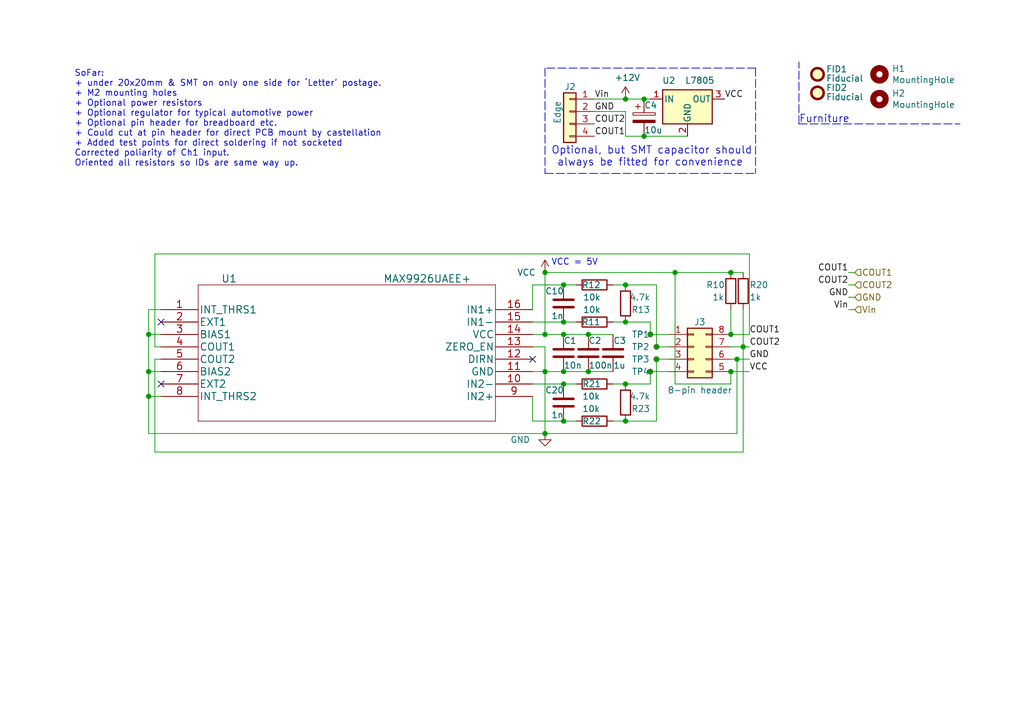
<source format=kicad_sch>
(kicad_sch (version 20211123) (generator eeschema)
  (paper "User" 210.007 148.488)
  (title_block (title "Dual Variable Reluctance MAX9926 mode A2") (date "2023-01-22") (rev "3.74") (company "(c)2021 Phill Rogers @ TechColab.co.je") (comment 1 "Optional onboard regulator or 5V direct") (comment 2 "Optional power resistors") (comment 3 "Optional edge header for breadboard etc.") (comment 4 "M2 mounting holes") (comment 5 "Input solder pads") (comment 6 "Better regulator") (comment 7 "Fix inverted Ch1 polarity. Rotated some resistors"))
  (lib_symbols
    (symbol "2021-02-17_17-37-40:MAX9926UAEE+" (pin_names (offset 0.254))
      (property "Reference" "U" (at 38.1 10.16 0))
      (property "Value" "MAX9926UAEE+" (at 38.1 7.62 0))
      (symbol "MAX9926UAEE+_1_1"
        (polyline (pts (xy 7.62 -22.86) (xy 68.58 -22.86)) (stroke (width 0.127)))
        (polyline (pts (xy 7.62 5.08) (xy 7.62 -22.86)) (stroke (width 0.127)))
        (polyline (pts (xy 68.58 -22.86) (xy 68.58 5.08)) (stroke (width 0.127)))
        (polyline (pts (xy 68.58 5.08) (xy 7.62 5.08)) (stroke (width 0.127)))
        (pin unspecified line (at 0 0 0) (length 7.62) (name "INT_THRS1") (number "1"))
        (pin input line (at 76.2 -15.24 180) (length 7.62) (name "IN2-") (number "10"))
        (pin power_in line (at 76.2 -12.7 180) (length 7.62) (name "GND") (number "11"))
        (pin output line (at 76.2 -10.16 180) (length 7.62) (name "DIRN") (number "12"))
        (pin unspecified line (at 76.2 -7.62 180) (length 7.62) (name "ZERO_EN") (number "13"))
        (pin power_in line (at 76.2 -5.08 180) (length 7.62) (name "VCC") (number "14"))
        (pin input line (at 76.2 -2.54 180) (length 7.62) (name "IN1-") (number "15"))
        (pin input line (at 76.2 0 180) (length 7.62) (name "IN1+") (number "16"))
        (pin input line (at 0 -2.54 0) (length 7.62) (name "EXT1") (number "2"))
        (pin input line (at 0 -5.08 0) (length 7.62) (name "BIAS1") (number "3"))
        (pin output line (at 0 -7.62 0) (length 7.62) (name "COUT1") (number "4"))
        (pin output line (at 0 -10.16 0) (length 7.62) (name "COUT2") (number "5"))
        (pin input line (at 0 -12.7 0) (length 7.62) (name "BIAS2") (number "6"))
        (pin input line (at 0 -15.24 0) (length 7.62) (name "EXT2") (number "7"))
        (pin unspecified line (at 0 -17.78 0) (length 7.62) (name "INT_THRS2") (number "8"))
        (pin input line (at 76.2 -17.78 180) (length 7.62) (name "IN2+") (number "9"))
      )
    )
    (symbol "Connector:TestPoint_Small" (pin_numbers hide) (pin_names (offset 0.762) hide)
      (property "Reference" "TP" (at 0 3.81 0))
      (property "Value" "TestPoint_Small" (at 0 2.032 0))
      (symbol "TestPoint_Small_0_1"
        (circle (center 0 0) (radius 0.508))
      )
      (symbol "TestPoint_Small_1_1"
        (pin passive line (at 0 0 90) (length 0) (name "1") (number "1"))
      )
    )
    (symbol "Connector_Generic:Conn_01x04" (pin_names (offset 1.016) hide)
      (property "Reference" "J" (at 0 5.08 0))
      (property "Value" "Conn_01x04" (at 0 -7.62 0))
      (symbol "Conn_01x04_1_1"
        (rectangle (start -1.27 -4.953) (end 0 -5.207) (stroke (width 0.1524)))
        (rectangle (start -1.27 -2.413) (end 0 -2.667) (stroke (width 0.1524)))
        (rectangle (start -1.27 0.127) (end 0 -0.127) (stroke (width 0.1524)))
        (rectangle (start -1.27 2.667) (end 0 2.413) (stroke (width 0.1524)))
        (rectangle (start -1.27 3.81) (end 1.27 -6.35) (stroke (width 0.254)) (fill (type background)))
        (pin passive line (at -5.08 2.54 0) (length 3.81) (name "Pin_1") (number "1"))
        (pin passive line (at -5.08 0 0) (length 3.81) (name "Pin_2") (number "2"))
        (pin passive line (at -5.08 -2.54 0) (length 3.81) (name "Pin_3") (number "3"))
        (pin passive line (at -5.08 -5.08 0) (length 3.81) (name "Pin_4") (number "4"))
      )
    )
    (symbol "Connector_Generic:Conn_02x04_Counter_Clockwise" (pin_names (offset 1.016) hide)
      (property "Reference" "J" (at 1.27 5.08 0))
      (property "Value" "Conn_02x04_Counter_Clockwise" (at 1.27 -7.62 0))
      (symbol "Conn_02x04_Counter_Clockwise_1_1"
        (rectangle (start -1.27 -4.953) (end 0 -5.207) (stroke (width 0.1524)))
        (rectangle (start -1.27 -2.413) (end 0 -2.667) (stroke (width 0.1524)))
        (rectangle (start -1.27 0.127) (end 0 -0.127) (stroke (width 0.1524)))
        (rectangle (start -1.27 2.667) (end 0 2.413) (stroke (width 0.1524)))
        (rectangle (start -1.27 3.81) (end 3.81 -6.35) (stroke (width 0.254)) (fill (type background)))
        (rectangle (start 3.81 -4.953) (end 2.54 -5.207) (stroke (width 0.1524)))
        (rectangle (start 3.81 -2.413) (end 2.54 -2.667) (stroke (width 0.1524)))
        (rectangle (start 3.81 0.127) (end 2.54 -0.127) (stroke (width 0.1524)))
        (rectangle (start 3.81 2.667) (end 2.54 2.413) (stroke (width 0.1524)))
        (pin passive line (at -5.08 2.54 0) (length 3.81) (name "Pin_1") (number "1"))
        (pin passive line (at -5.08 0 0) (length 3.81) (name "Pin_2") (number "2"))
        (pin passive line (at -5.08 -2.54 0) (length 3.81) (name "Pin_3") (number "3"))
        (pin passive line (at -5.08 -5.08 0) (length 3.81) (name "Pin_4") (number "4"))
        (pin passive line (at 7.62 -5.08 180) (length 3.81) (name "Pin_5") (number "5"))
        (pin passive line (at 7.62 -2.54 180) (length 3.81) (name "Pin_6") (number "6"))
        (pin passive line (at 7.62 0 180) (length 3.81) (name "Pin_7") (number "7"))
        (pin passive line (at 7.62 2.54 180) (length 3.81) (name "Pin_8") (number "8"))
      )
    )
    (symbol "Device:C" (pin_numbers hide) (pin_names (offset 0.254))
      (property "Reference" "C" (at 0.635 2.54 0))
      (property "Value" "C" (at 0.635 -2.54 0))
      (symbol "C_0_1"
        (polyline (pts (xy -2.032 -0.762) (xy 2.032 -0.762)) (stroke (width 0.508)))
        (polyline (pts (xy -2.032 0.762) (xy 2.032 0.762)) (stroke (width 0.508)))
      )
      (symbol "C_1_1"
        (pin passive line (at 0 3.81 270) (length 2.794) (name "~") (number "1"))
        (pin passive line (at 0 -3.81 90) (length 2.794) (name "~") (number "2"))
      )
    )
    (symbol "Device:CP" (pin_numbers hide) (pin_names (offset 0.254))
      (property "Reference" "C" (at 0.635 2.54 0))
      (property "Value" "Device_CP" (at 0.635 -2.54 0))
      (symbol "CP_0_1"
        (rectangle (start -2.286 0.508) (end 2.286 1.016))
        (polyline (pts (xy -1.778 2.286) (xy -0.762 2.286)))
        (polyline (pts (xy -1.27 2.794) (xy -1.27 1.778)))
        (rectangle (start 2.286 -0.508) (end -2.286 -1.016) (fill (type outline)))
      )
      (symbol "CP_1_1"
        (pin passive line (at 0 3.81 270) (length 2.794) (name "~") (number "1"))
        (pin passive line (at 0 -3.81 90) (length 2.794) (name "~") (number "2"))
      )
    )
    (symbol "Device:R" (pin_numbers hide) (pin_names (offset 0))
      (property "Reference" "R" (at 2.032 0 90))
      (property "Value" "R" (at 0 0 90))
      (symbol "R_0_1"
        (rectangle (start -1.016 -2.54) (end 1.016 2.54) (stroke (width 0.254)))
      )
      (symbol "R_1_1"
        (pin passive line (at 0 3.81 270) (length 1.27) (name "~") (number "1"))
        (pin passive line (at 0 -3.81 90) (length 1.27) (name "~") (number "2"))
      )
    )
    (symbol "Mechanical:Fiducial"
      (property "Reference" "FID" (at 0 5.08 0))
      (property "Value" "Fiducial" (at 0 3.175 0))
      (symbol "Fiducial_0_1"
        (circle (center 0 0) (radius 1.27) (stroke (width 0.508)) (fill (type background)))
      )
    )
    (symbol "Mechanical:MountingHole" (pin_names (offset 1.016))
      (property "Reference" "H" (at 0 5.08 0))
      (property "Value" "MountingHole" (at 0 3.175 0))
      (symbol "MountingHole_0_1"
        (circle (center 0 0) (radius 1.27) (stroke (width 1.27)))
      )
    )
    (symbol "Regulator_Linear:L7805" (pin_names (offset 0.254))
      (property "Reference" "U" (at -3.81 3.175 0))
      (property "Value" "L7805" (at 0 3.175 0))
      (symbol "L7805_0_1"
        (rectangle (start -5.08 1.905) (end 5.08 -5.08) (stroke (width 0.254)) (fill (type background)))
      )
      (symbol "L7805_1_1"
        (pin power_in line (at -7.62 0 0) (length 2.54) (name "IN") (number "1"))
        (pin power_in line (at 0 -7.62 90) (length 2.54) (name "GND") (number "2"))
        (pin power_out line (at 7.62 0 180) (length 2.54) (name "OUT") (number "3"))
      )
    )
    (symbol "power:+12V" (power) (pin_names (offset 0))
      (property "Value" "+12V" (at 0 3.556 0))
      (symbol "+12V_0_1"
        (polyline (pts (xy -0.762 1.27) (xy 0 2.54)))
        (polyline (pts (xy 0 0) (xy 0 2.54)))
        (polyline (pts (xy 0 2.54) (xy 0.762 1.27)))
      )
      (symbol "+12V_1_1"
        (pin power_in line (at 0 0 90) (length 0) hide (name "+12V") (number "1"))
      )
    )
    (symbol "power:GND" (power) (pin_names (offset 0))
      (property "Value" "GND" (at 0 -3.81 0))
      (symbol "GND_0_1"
        (polyline (pts (xy 0 0) (xy 0 -1.27) (xy 1.27 -1.27) (xy 0 -2.54) (xy -1.27 -1.27) (xy 0 -1.27)))
      )
      (symbol "GND_1_1"
        (pin power_in line (at 0 0 270) (length 0) hide (name "GND") (number "1"))
      )
    )
    (symbol "power:VCC" (power) (pin_names (offset 0))
      (property "Value" "VCC" (at 0 3.81 0))
      (symbol "VCC_0_1"
        (polyline (pts (xy -0.762 1.27) (xy 0 2.54)))
        (polyline (pts (xy 0 0) (xy 0 2.54)))
        (polyline (pts (xy 0 2.54) (xy 0.762 1.27)))
      )
      (symbol "VCC_1_1"
        (pin power_in line (at 0 0 90) (length 0) hide (name "VCC") (number "1"))
      )
    )
  )
  (junction (at 128.27 20.32))
  (junction (at 151.13 73.66))
  (junction (at 128.27 58.42))
  (junction (at 30.48 68.58))
  (junction (at 132.08 27.94))
  (junction (at 120.65 68.58))
  (junction (at 128.27 78.74))
  (junction (at 132.08 20.32))
  (junction (at 115.57 86.36))
  (junction (at 111.76 88.9))
  (junction (at 115.57 78.74))
  (junction (at 149.86 55.88))
  (junction (at 134.62 73.66))
  (junction (at 115.57 58.42))
  (junction (at 30.48 81.28))
  (junction (at 133.35 76.2))
  (junction (at 134.62 71.12))
  (junction (at 115.57 68.58))
  (junction (at 111.76 68.58))
  (junction (at 120.65 76.2))
  (junction (at 111.76 76.2))
  (junction (at 149.86 76.2))
  (junction (at 133.35 68.58))
  (junction (at 138.43 55.88))
  (junction (at 115.57 76.2))
  (junction (at 30.48 76.2))
  (junction (at 128.27 66.04))
  (junction (at 128.27 86.36))
  (junction (at 111.76 55.88))
  (junction (at 152.4 71.12))
  (junction (at 115.57 66.04))
  (junction (at 149.86 68.58))
  (no_connect (at 109.22 73.66))
  (no_connect (at 33.02 66.04))
  (no_connect (at 33.02 78.74))
  (wire (pts (xy 151.13 88.9) (xy 111.76 88.9)))
  (wire (pts (xy 152.4 71.12) (xy 152.4 92.71)))
  (wire (pts (xy 128.27 66.04) (xy 133.35 66.04)))
  (wire (pts (xy 109.22 58.42) (xy 115.57 58.42)))
  (wire (pts (xy 132.08 20.32) (xy 133.35 20.32)))
  (wire (pts (xy 109.22 76.2) (xy 111.76 76.2)))
  (polyline (pts (xy 154.94 13.97) (xy 154.94 35.56)))
  (wire (pts (xy 134.62 73.66) (xy 137.16 73.66)))
  (wire (pts (xy 109.22 66.04) (xy 115.57 66.04)))
  (wire (pts (xy 173.99 55.88) (xy 175.26 55.88)))
  (wire (pts (xy 115.57 86.36) (xy 118.11 86.36)))
  (wire (pts (xy 151.13 73.66) (xy 153.67 73.66)))
  (wire (pts (xy 121.92 20.32) (xy 128.27 20.32)))
  (wire (pts (xy 153.67 76.2) (xy 149.86 76.2)))
  (polyline (pts (xy 163.83 25.4) (xy 163.83 12.7)))
  (wire (pts (xy 30.48 63.5) (xy 30.48 68.58)))
  (wire (pts (xy 30.48 68.58) (xy 33.02 68.58)))
  (wire (pts (xy 173.99 60.96) (xy 175.26 60.96)))
  (wire (pts (xy 149.86 76.2) (xy 149.86 78.74)))
  (wire (pts (xy 128.27 27.94) (xy 132.08 27.94)))
  (wire (pts (xy 149.86 73.66) (xy 151.13 73.66)))
  (wire (pts (xy 121.92 22.86) (xy 128.27 22.86)))
  (wire (pts (xy 33.02 81.28) (xy 30.48 81.28)))
  (wire (pts (xy 30.48 88.9) (xy 111.76 88.9)))
  (wire (pts (xy 133.35 66.04) (xy 133.35 68.58)))
  (polyline (pts (xy 111.76 35.56) (xy 154.94 35.56)))
  (wire (pts (xy 149.86 78.74) (xy 138.43 78.74)))
  (wire (pts (xy 138.43 78.74) (xy 138.43 55.88)))
  (wire (pts (xy 173.99 58.42) (xy 175.26 58.42)))
  (wire (pts (xy 138.43 55.88) (xy 149.86 55.88)))
  (wire (pts (xy 111.76 55.88) (xy 111.76 68.58)))
  (wire (pts (xy 134.62 73.66) (xy 134.62 86.36)))
  (wire (pts (xy 149.86 55.88) (xy 152.4 55.88)))
  (wire (pts (xy 31.75 71.12) (xy 31.75 52.07)))
  (wire (pts (xy 149.86 68.58) (xy 153.67 68.58)))
  (wire (pts (xy 111.76 76.2) (xy 111.76 88.9)))
  (wire (pts (xy 125.73 66.04) (xy 128.27 66.04)))
  (wire (pts (xy 30.48 76.2) (xy 33.02 76.2)))
  (wire (pts (xy 128.27 86.36) (xy 134.62 86.36)))
  (wire (pts (xy 109.22 78.74) (xy 115.57 78.74)))
  (wire (pts (xy 152.4 71.12) (xy 149.86 71.12)))
  (wire (pts (xy 128.27 58.42) (xy 134.62 58.42)))
  (wire (pts (xy 151.13 73.66) (xy 151.13 88.9)))
  (wire (pts (xy 149.86 68.58) (xy 149.86 63.5)))
  (polyline (pts (xy 111.76 13.97) (xy 111.76 35.56)))
  (wire (pts (xy 120.65 68.58) (xy 125.73 68.58)))
  (wire (pts (xy 109.22 63.5) (xy 109.22 58.42)))
  (wire (pts (xy 115.57 58.42) (xy 118.11 58.42)))
  (wire (pts (xy 133.35 76.2) (xy 137.16 76.2)))
  (wire (pts (xy 125.73 58.42) (xy 128.27 58.42)))
  (wire (pts (xy 173.99 63.5) (xy 175.26 63.5)))
  (wire (pts (xy 31.75 92.71) (xy 152.4 92.71)))
  (wire (pts (xy 132.08 27.94) (xy 140.97 27.94)))
  (wire (pts (xy 33.02 63.5) (xy 30.48 63.5)))
  (wire (pts (xy 128.27 20.32) (xy 132.08 20.32)))
  (wire (pts (xy 111.76 55.88) (xy 138.43 55.88)))
  (wire (pts (xy 134.62 71.12) (xy 137.16 71.12)))
  (wire (pts (xy 109.22 68.58) (xy 111.76 68.58)))
  (polyline (pts (xy 163.83 25.4) (xy 196.85 25.4)))
  (wire (pts (xy 128.27 78.74) (xy 133.35 78.74)))
  (polyline (pts (xy 154.94 13.97) (xy 111.76 13.97)))
  (wire (pts (xy 125.73 86.36) (xy 128.27 86.36)))
  (wire (pts (xy 109.22 81.28) (xy 109.22 86.36)))
  (wire (pts (xy 152.4 63.5) (xy 152.4 71.12)))
  (wire (pts (xy 115.57 76.2) (xy 111.76 76.2)))
  (wire (pts (xy 30.48 81.28) (xy 30.48 76.2)))
  (wire (pts (xy 33.02 71.12) (xy 31.75 71.12)))
  (wire (pts (xy 115.57 66.04) (xy 118.11 66.04)))
  (wire (pts (xy 111.76 71.12) (xy 109.22 71.12)))
  (wire (pts (xy 111.76 71.12) (xy 111.76 76.2)))
  (wire (pts (xy 31.75 73.66) (xy 31.75 92.71)))
  (wire (pts (xy 133.35 68.58) (xy 137.16 68.58)))
  (wire (pts (xy 30.48 81.28) (xy 30.48 88.9)))
  (wire (pts (xy 125.73 78.74) (xy 128.27 78.74)))
  (wire (pts (xy 115.57 76.2) (xy 120.65 76.2)))
  (wire (pts (xy 33.02 73.66) (xy 31.75 73.66)))
  (wire (pts (xy 115.57 68.58) (xy 120.65 68.58)))
  (wire (pts (xy 109.22 86.36) (xy 115.57 86.36)))
  (wire (pts (xy 120.65 76.2) (xy 125.73 76.2)))
  (wire (pts (xy 153.67 68.58) (xy 153.67 52.07)))
  (wire (pts (xy 31.75 52.07) (xy 153.67 52.07)))
  (wire (pts (xy 133.35 78.74) (xy 133.35 76.2)))
  (wire (pts (xy 115.57 78.74) (xy 118.11 78.74)))
  (wire (pts (xy 128.27 22.86) (xy 128.27 27.94)))
  (wire (pts (xy 153.67 71.12) (xy 152.4 71.12)))
  (wire (pts (xy 134.62 58.42) (xy 134.62 71.12)))
  (wire (pts (xy 111.76 68.58) (xy 115.57 68.58)))
  (wire (pts (xy 30.48 68.58) (xy 30.48 76.2)))
  (text "VCC = 5V" (at 113.03 54.61 0) (effects (font (size 1.27 1.27)) (justify left bottom)))
  (text "Optional, but SMT capacitor should\n always be fitted for convenience" (at 113.03 34.29 0) (effects (font (size 1.524 1.524)) (justify left bottom)))
  (text "SoFar:\n+ under 20x20mm & SMT on only one side for ‘Letter’ postage.\n+ M2 mounting holes\n+ Optional power resistors\n+ Optional regulator for typical automotive power\n+ Optional pin header for breadboard etc. \n+ Could cut at pin header for direct PCB mount by castellation\n+ Added test points for direct soldering if not socketed\nCorrected poliarity of Ch1 input. \nOriented all resistors so IDs are same way up.\n" (at 15.24 34.29 0) (effects (font (size 1.27 1.27)) (justify left bottom)))
  (text "Furniture" (at 163.83 25.4 0) (effects (font (size 1.524 1.524)) (justify left bottom)))
  (label "GND" (at 153.67 73.66 0))
  (label "COUT1" (at 153.67 68.58 0))
  (label "Vin" (at 121.92 20.32 0))
  (label "COUT1" (at 173.99 55.88 180))
  (label "COUT2" (at 153.67 71.12 0))
  (label "Vin" (at 173.99 63.5 180))
  (label "GND" (at 121.92 22.86 0))
  (label "VCC" (at 153.67 76.2 0))
  (label "COUT2" (at 173.99 58.42 180))
  (label "GND" (at 173.99 60.96 180))
  (label "VCC" (at 148.59 20.32 0))
  (label "COUT2" (at 121.92 25.4 0))
  (label "COUT1" (at 121.92 27.94 0))
  (hierarchical_label "COUT1" (shape input) (at 175.26 55.88 0))
  (hierarchical_label "GND" (shape input) (at 175.26 60.96 0))
  (hierarchical_label "Vin" (shape input) (at 175.26 63.5 0))
  (hierarchical_label "COUT2" (shape input) (at 175.26 58.42 0))
  (symbol (lib_id "2021-02-17_17-37-40:MAX9926UAEE+") (at 33.02 63.5 0) (unit 1)
    (property "Reference" "U1" (at 46.99 57.15 0) (effects (font (size 1.524 1.524))))
    (property "Value" "MAX9926UAEE+" (at 87.63 57.15 0) (effects (font (size 1.524 1.524))))
    (property "Footprint" "MAX9926UAEE+:MAX9926UAEE&plus_" (effects hide))
    (property "Datasheet" "https://datasheet.octopart.com/MAX9926UAEE%2B-Maxim-Integrated-datasheet-11046290.pdf" (effects hide))
    (property "MFG Name" "Maxim Integrated" (effects hide))
    (property "MFG Part Num" "MAX9926UAEE+" (effects hide))
    (property "Description" "MAX9926 Series 10 mA Differential Input Logic Output Sensor Interface -SSOP-16" (effects hide))
    (property "Package JEDEC ID" "SSOP-16" (effects hide))
    (property "Critical" "Yes" (effects hide))
  )
  (symbol (lib_id "Device:C") (at 115.57 72.39 0) (unit 1)
    (property "Reference" "C1" (at 115.57 69.85 0) (effects (justify left)))
    (property "Value" "10n" (at 115.57 74.93 0) (effects (justify left)))
    (property "Footprint" "Capacitor_SMD:C_0603_1608Metric" (effects hide))
    (property "Description" "10 V ±5% Tolerance U2J Multilayer Ceramic Capacitor\r" (effects hide))
    (property "Package JEDEC ID" "0603_1608Metric" (effects hide))
    (property "MFG Name" "Murata\rMurata\r" (effects hide))
    (property "MFG Part Num" "GRM1857U1A103JA44D\r" (effects hide))
  )
  (symbol (lib_id "power:GND") (at 111.76 88.9 0) (unit 1)
    (property "Reference" "#PWR0101" (effects hide))
    (property "Value" "GND" (at 106.68 90.17 0))
  )
  (symbol (lib_id "Device:C") (at 120.65 72.39 0) (unit 1)
    (property "Reference" "C2" (at 120.65 69.85 0) (effects (justify left)))
    (property "Value" "100n" (at 120.65 74.93 0) (effects (justify left)))
    (property "Footprint" "Capacitor_SMD:C_0603_1608Metric" (effects hide))
    (property "Description" "Ceramic 0.1uF 16V X7R 10% Pad SMD 0603 Soft Termination 125C Automotive T/R\r" (effects hide))
    (property "Package JEDEC ID" "0603_1608Metric" (effects hide))
    (property "MFG Name" "Murata\r" (effects hide))
    (property "MFG Part Num" "GCJ188R71C104KA01D\r" (effects hide))
  )
  (symbol (lib_id "Device:C") (at 125.73 72.39 0) (unit 1)
    (property "Reference" "C3" (at 125.73 69.85 0) (effects (justify left)))
    (property "Value" "1u" (at 125.73 74.93 0) (effects (justify left)))
    (property "Footprint" "Capacitor_SMD:C_0603_1608Metric" (effects hide))
    (property "Description" "16V ±10% Tolerance X7R Surface Mount Multilayer Ceramic Capacitor\r" (effects hide))
    (property "Package JEDEC ID" "0603_1608Metric" (effects hide))
    (property "MFG Name" "Murata\r" (effects hide))
    (property "MFG Part Num" "GCM188R71C105KA64D\r" (effects hide))
  )
  (symbol (lib_id "power:VCC") (at 111.76 55.88 0) (unit 1)
    (property "Reference" "#PWR0102" (effects hide))
    (property "Value" "VCC" (at 107.95 55.88 0))
  )
  (symbol (lib_id "Device:C") (at 115.57 82.55 0) (unit 1)
    (property "Reference" "C20" (at 111.76 80.01 0) (effects (justify left)))
    (property "Value" "1n" (at 113.03 85.09 0) (effects (justify left)))
    (property "Footprint" "Capacitor_SMD:C_0603_1608Metric" (effects hide))
    (property "Description" "1000 pF 50 V ±5 % Tolerance C0G SMT Multilayer Ceramic Capacitor\r" (effects hide))
    (property "Package JEDEC ID" "0603_1608Metric" (effects hide))
    (property "MFG Name" "Murata\r" (effects hide))
    (property "MFG Part Num" "GRM1885C1H102JA01D\r" (effects hide))
  )
  (symbol (lib_id "Device:C") (at 115.57 62.23 0) (unit 1)
    (property "Reference" "C10" (at 111.76 59.69 0) (effects (justify left)))
    (property "Value" "1n" (at 113.03 64.77 0) (effects (justify left)))
    (property "Footprint" "Capacitor_SMD:C_0603_1608Metric" (effects hide))
    (property "Description" "1000 pF 50 V ±5 % Tolerance C0G SMT Multilayer Ceramic Capacitor\r" (effects hide))
    (property "Package JEDEC ID" "0603_1608Metric" (effects hide))
    (property "MFG Name" "Murata\r" (effects hide))
    (property "MFG Part Num" "GRM1885C1H102JA01D\r" (effects hide))
  )
  (symbol (lib_id "Device:R") (at 121.92 58.42 90) (unit 1)
    (property "Reference" "R12" (at 123.19 58.42 90) (effects (justify left)))
    (property "Value" "10k" (at 123.19 60.96 90) (effects (justify left)))
    (property "Footprint" "Resistor_SMD:R_1206_3216Metric_Pad1.30x1.75mm_HandSolder" (effects hide))
    (property "MFG Name" "Yageo" (effects hide))
    (property "MFG Part Num" "RC1206FR-7W10KL" (effects hide))
  )
  (symbol (lib_id "Device:R") (at 128.27 82.55 180) (unit 1)
    (property "Reference" "R23" (at 133.35 83.82 0) (effects (justify left)))
    (property "Value" "4.7k" (at 133.35 81.28 0) (effects (justify left)))
    (property "Footprint" "Resistor_THT:R_Axial_DIN0207_L6.3mm_D2.5mm_P7.62mm_Horizontal" (effects hide))
    (property "Critical" "DoNoPlace. User option" (effects hide))
    (property "Description" "3W, 5%" (effects hide))
  )
  (symbol (lib_id "Connector_Generic:Conn_01x04") (at 116.84 22.86 0) (mirror y) (unit 1)
    (property "Reference" "J2" (at 118.11 17.78 0) (effects (justify left)))
    (property "Value" "Edge" (at 114.3 25.4 90) (effects (justify left)))
    (property "Footprint" "Connector_PinHeader_2.54mm:PinHeader_1x04_P2.54mm_Horizontal" (effects hide))
    (property "Critical" "DoNoPlace. User option" (effects hide))
  )
  (symbol (lib_id "Device:R") (at 128.27 62.23 180) (unit 1)
    (property "Reference" "R13" (at 133.35 63.5 0) (effects (justify left)))
    (property "Value" "4.7k" (at 133.35 60.96 0) (effects (justify left)))
    (property "Footprint" "Resistor_THT:R_Axial_DIN0207_L6.3mm_D2.5mm_P7.62mm_Horizontal" (effects hide))
    (property "Critical" "DoNoPlace. User option" (effects hide))
    (property "Description" "3W, 5%" (effects hide))
  )
  (symbol (lib_id "Mechanical:Fiducial") (at 167.64 15.24 0) (unit 1)
    (property "Reference" "FID1" (at 169.3672 14.1732 0) (effects (justify left)))
    (property "Value" "Fiducial" (at 169.3672 16.0782 0) (effects (justify left)))
    (property "Footprint" "Fiducial:Fiducial_0.5mm_Mask1mm" (effects hide))
  )
  (symbol (lib_id "Connector_Generic:Conn_02x04_Counter_Clockwise") (at 142.24 71.12 0) (unit 1)
    (property "Reference" "J3" (at 143.51 66.04 0))
    (property "Value" "8-pin header" (at 143.51 80.01 0))
    (property "Footprint" "Package_DIP:DIP-8_W7.62mm" (effects hide))
  )
  (symbol (lib_id "Mechanical:Fiducial") (at 167.64 19.05 0) (unit 1)
    (property "Reference" "FID2" (at 169.3672 17.9832 0) (effects (justify left)))
    (property "Value" "Fiducial" (at 169.3672 19.8882 0) (effects (justify left)))
    (property "Footprint" "Fiducial:Fiducial_0.5mm_Mask1mm" (effects hide))
  )
  (symbol (lib_id "Device:R") (at 152.4 59.69 0) (unit 1)
    (property "Reference" "R20" (at 153.67 58.42 0) (effects (justify left)))
    (property "Value" "1k" (at 153.67 60.96 0) (effects (justify left)))
    (property "Footprint" "Resistor_SMD:R_0603_1608Metric_Pad1.05x0.95mm_HandSolder" (effects hide))
    (property "Description" "Thick Film; +/-1% 0.2W" (effects hide))
    (property "Package JEDEC ID" "0603_1608Metric" (effects hide))
    (property "MFG Name" "Vishay" (effects hide))
    (property "MFG Part Num" "CRCW06031K00FKEAHP" (effects hide))
  )
  (symbol (lib_id "Device:R") (at 149.86 59.69 0) (unit 1)
    (property "Reference" "R10" (at 144.78 58.42 0) (effects (justify left)))
    (property "Value" "1k" (at 146.05 60.96 0) (effects (justify left)))
    (property "Footprint" "Resistor_SMD:R_0603_1608Metric_Pad1.05x0.95mm_HandSolder" (effects hide))
    (property "Description" "Thick Film; +/-1% 0.2W" (effects hide))
    (property "Package JEDEC ID" "0603_1608Metric" (effects hide))
    (property "MFG Name" "Vishay" (effects hide))
    (property "MFG Part Num" "CRCW06031K00FKEAHP" (effects hide))
  )
  (symbol (lib_id "power:+12V") (at 128.27 20.32 0) (unit 1)
    (property "Reference" "#PWR0103" (effects hide))
    (property "Value" "+12V" (at 128.651 15.9258 0))
  )
  (symbol (lib_id "Mechanical:MountingHole") (at 180.34 15.24 0) (unit 1)
    (property "Reference" "H1" (at 182.88 14.0716 0) (effects (justify left)))
    (property "Value" "MountingHole" (at 182.88 16.383 0) (effects (justify left)))
    (property "Footprint" "MountingHole:MountingHole_2.2mm_M2" (effects hide))
  )
  (symbol (lib_id "Mechanical:MountingHole") (at 180.34 20.32 0) (unit 1)
    (property "Reference" "H2" (at 182.88 19.1516 0) (effects (justify left)))
    (property "Value" "MountingHole" (at 182.88 21.463 0) (effects (justify left)))
    (property "Footprint" "MountingHole:MountingHole_2.2mm_M2" (effects hide))
  )
  (symbol (lib_id "Device:CP") (at 132.08 24.13 0) (unit 1)
    (property "Reference" "C4" (at 132.08 21.59 0) (effects (justify left)))
    (property "Value" "10u" (at 132.08 26.67 0) (effects (justify left)))
    (property "Footprint" "Capacitor_SMD:C_0805_2012Metric" (effects hide))
    (property "Description" "25 V 10 uF ±20% Tolerance X5R Multilayer Ceramic Capacitor\r" (effects hide))
    (property "Package JEDEC ID" "0805_2012Metric" (effects hide))
    (property "MFG Name" "Murata\r" (effects hide))
    (property "MFG Part Num" "GRM21BR61E106MA73L\r" (effects hide))
  )
  (symbol (lib_id "Device:R") (at 121.92 86.36 270) (unit 1)
    (property "Reference" "R22" (at 119.38 86.36 90) (effects (justify left)))
    (property "Value" "10k" (at 119.38 83.82 90) (effects (justify left)))
    (property "Footprint" "Resistor_SMD:R_1206_3216Metric_Pad1.30x1.75mm_HandSolder" (effects hide))
    (property "MFG Name" "Yageo" (effects hide))
    (property "MFG Part Num" "RC1206FR-7W10KL" (effects hide))
  )
  (symbol (lib_id "Device:R") (at 121.92 78.74 270) (unit 1)
    (property "Reference" "R21" (at 119.38 78.74 90) (effects (justify left)))
    (property "Value" "10k" (at 119.38 81.28 90) (effects (justify left)))
    (property "Footprint" "Resistor_SMD:R_1206_3216Metric_Pad1.30x1.75mm_HandSolder" (effects hide))
    (property "MFG Name" "Yageo" (effects hide))
    (property "MFG Part Num" "RC1206FR-7W10KL" (effects hide))
  )
  (symbol (lib_id "Device:R") (at 121.92 66.04 90) (unit 1)
    (property "Reference" "R11" (at 123.19 66.04 90) (effects (justify left)))
    (property "Value" "10k" (at 123.19 63.5 90) (effects (justify left)))
    (property "Footprint" "Resistor_SMD:R_1206_3216Metric_Pad1.30x1.75mm_HandSolder" (effects hide))
    (property "MFG Name" "Yageo" (effects hide))
    (property "MFG Part Num" "RC1206FR-7W10KL" (effects hide))
  )
  (symbol (lib_id "Connector:TestPoint_Small") (at 133.35 76.2 0) (unit 1)
    (property "Reference" "TP4" (at 129.54 76.2 0) (effects (justify left)))
    (property "Value" "TP" (at 129.54 76.2 0) (effects (justify left)))
    (property "Footprint" "TestPoint:TestPoint_Pad_1.5x1.5mm" (effects hide))
  )
  (symbol (lib_id "Regulator_Linear:L7805") (at 140.97 20.32 0) (unit 1)
    (property "Reference" "U2" (at 137.16 16.51 0))
    (property "Value" "L7805" (at 143.51 16.51 0))
    (property "Footprint" "Package_TO_SOT_THT:TO-220-3_Vertical" (effects hide))
    (property "Datasheet" "http://www.st.com/content/ccc/resource/technical/document/datasheet/41/4f/b3/b0/12/d4/47/88/CD00000444.pdf/files/CD00000444.pdf/jcr:content/translations/en.CD00000444.pdf" (effects hide))
  )
  (symbol (lib_id "Connector:TestPoint_Small") (at 133.35 68.58 0) (unit 1)
    (property "Reference" "TP1" (at 129.54 68.58 0) (effects (justify left)))
    (property "Value" "TP" (at 129.54 68.58 0) (effects (justify left)))
    (property "Footprint" "TestPoint:TestPoint_Pad_1.5x1.5mm" (effects hide))
  )
  (symbol (lib_id "Connector:TestPoint_Small") (at 134.62 73.66 0) (unit 1)
    (property "Reference" "TP3" (at 129.54 73.66 0) (effects (justify left)))
    (property "Value" "TP" (at 129.54 73.66 0) (effects (justify left)))
    (property "Footprint" "TestPoint:TestPoint_Pad_1.5x1.5mm" (effects hide))
  )
  (symbol (lib_id "Connector:TestPoint_Small") (at 134.62 71.12 0) (unit 1)
    (property "Reference" "TP2" (at 129.54 71.12 0) (effects (justify left)))
    (property "Value" "TP" (at 129.54 71.12 0) (effects (justify left)))
    (property "Footprint" "TestPoint:TestPoint_Pad_1.5x1.5mm" (effects hide))
  )
)
</source>
